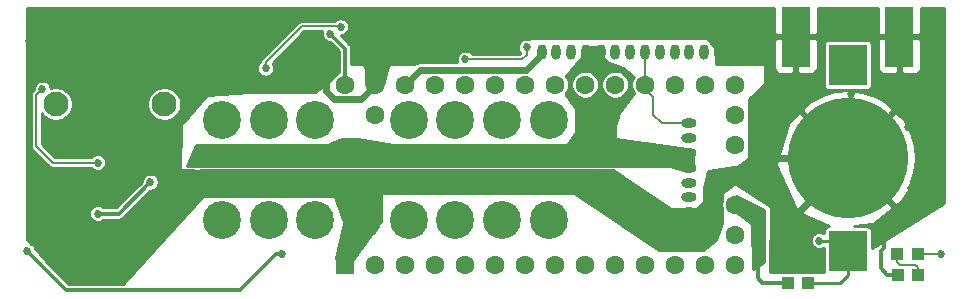
<source format=gbl>
G04 #@! TF.GenerationSoftware,KiCad,Pcbnew,5.1.5*
G04 #@! TF.CreationDate,2019-12-04T09:49:36-05:00*
G04 #@! TF.ProjectId,obd-teensy-oled,6f62642d-7465-4656-9e73-792d6f6c6564,rev?*
G04 #@! TF.SameCoordinates,Original*
G04 #@! TF.FileFunction,Copper,L2,Bot*
G04 #@! TF.FilePolarity,Positive*
%FSLAX46Y46*%
G04 Gerber Fmt 4.6, Leading zero omitted, Abs format (unit mm)*
G04 Created by KiCad (PCBNEW 5.1.5) date 2019-12-04 09:49:36*
%MOMM*%
%LPD*%
G04 APERTURE LIST*
%ADD10C,10.200000*%
%ADD11R,3.300000X3.500000*%
%ADD12R,1.600000X1.600000*%
%ADD13C,1.600000*%
%ADD14O,1.300000X0.800000*%
%ADD15C,0.100000*%
%ADD16O,0.800000X1.300000*%
%ADD17R,2.413000X5.080000*%
%ADD18R,1.099820X0.998220*%
%ADD19R,0.998220X0.998220*%
%ADD20C,2.100000*%
%ADD21C,3.215640*%
%ADD22C,0.685800*%
%ADD23C,0.304800*%
%ADD24C,0.558800*%
%ADD25C,0.152400*%
%ADD26C,0.254000*%
G04 APERTURE END LIST*
D10*
X185293000Y-95250000D03*
D11*
X185293000Y-103150000D03*
X185293000Y-87350000D03*
D12*
X142748000Y-104267000D03*
D13*
X145288000Y-104267000D03*
X147828000Y-104267000D03*
X150368000Y-104267000D03*
X152908000Y-104267000D03*
X155448000Y-104267000D03*
X157988000Y-104267000D03*
X160528000Y-104267000D03*
X163068000Y-104267000D03*
X165608000Y-104267000D03*
X168148000Y-104267000D03*
X170688000Y-104267000D03*
X173228000Y-104267000D03*
X145288000Y-91567000D03*
X142748000Y-89027000D03*
X145288000Y-89027000D03*
X147828000Y-89027000D03*
X150368000Y-89027000D03*
X152908000Y-89027000D03*
X155448000Y-89027000D03*
X157988000Y-89027000D03*
X160528000Y-89027000D03*
X163068000Y-89027000D03*
X165608000Y-89027000D03*
X168148000Y-89027000D03*
X170688000Y-89027000D03*
X173228000Y-89027000D03*
X175768000Y-104267000D03*
X175768000Y-101727000D03*
X175768000Y-99187000D03*
X175768000Y-89027000D03*
X175768000Y-91567000D03*
X175768000Y-94107000D03*
X175768000Y-96647000D03*
D14*
X171831000Y-92322000D03*
X171831000Y-93572000D03*
X171831000Y-94822000D03*
X171831000Y-96072000D03*
X171831000Y-97322000D03*
X171831000Y-98572000D03*
X171831000Y-99822000D03*
G04 #@! TA.AperFunction,ComponentPad*
D15*
G36*
X172300603Y-100672963D02*
G01*
X172320018Y-100675843D01*
X172339057Y-100680612D01*
X172357537Y-100687224D01*
X172375279Y-100695616D01*
X172392114Y-100705706D01*
X172407879Y-100717398D01*
X172422421Y-100730579D01*
X172435602Y-100745121D01*
X172447294Y-100760886D01*
X172457384Y-100777721D01*
X172465776Y-100795463D01*
X172472388Y-100813943D01*
X172477157Y-100832982D01*
X172480037Y-100852397D01*
X172481000Y-100872000D01*
X172481000Y-101272000D01*
X172480037Y-101291603D01*
X172477157Y-101311018D01*
X172472388Y-101330057D01*
X172465776Y-101348537D01*
X172457384Y-101366279D01*
X172447294Y-101383114D01*
X172435602Y-101398879D01*
X172422421Y-101413421D01*
X172407879Y-101426602D01*
X172392114Y-101438294D01*
X172375279Y-101448384D01*
X172357537Y-101456776D01*
X172339057Y-101463388D01*
X172320018Y-101468157D01*
X172300603Y-101471037D01*
X172281000Y-101472000D01*
X171381000Y-101472000D01*
X171361397Y-101471037D01*
X171341982Y-101468157D01*
X171322943Y-101463388D01*
X171304463Y-101456776D01*
X171286721Y-101448384D01*
X171269886Y-101438294D01*
X171254121Y-101426602D01*
X171239579Y-101413421D01*
X171226398Y-101398879D01*
X171214706Y-101383114D01*
X171204616Y-101366279D01*
X171196224Y-101348537D01*
X171189612Y-101330057D01*
X171184843Y-101311018D01*
X171181963Y-101291603D01*
X171181000Y-101272000D01*
X171181000Y-100872000D01*
X171181963Y-100852397D01*
X171184843Y-100832982D01*
X171189612Y-100813943D01*
X171196224Y-100795463D01*
X171204616Y-100777721D01*
X171214706Y-100760886D01*
X171226398Y-100745121D01*
X171239579Y-100730579D01*
X171254121Y-100717398D01*
X171269886Y-100705706D01*
X171286721Y-100695616D01*
X171304463Y-100687224D01*
X171322943Y-100680612D01*
X171341982Y-100675843D01*
X171361397Y-100672963D01*
X171381000Y-100672000D01*
X172281000Y-100672000D01*
X172300603Y-100672963D01*
G37*
G04 #@! TD.AperFunction*
D16*
X159391000Y-86233000D03*
X160641000Y-86233000D03*
X161891000Y-86233000D03*
X163141000Y-86233000D03*
X164391000Y-86233000D03*
X165641000Y-86233000D03*
X166891000Y-86233000D03*
X168141000Y-86233000D03*
X169391000Y-86233000D03*
X170641000Y-86233000D03*
X171891000Y-86233000D03*
X173141000Y-86233000D03*
X174391000Y-86233000D03*
G04 #@! TA.AperFunction,ComponentPad*
D15*
G36*
X175860603Y-85583963D02*
G01*
X175880018Y-85586843D01*
X175899057Y-85591612D01*
X175917537Y-85598224D01*
X175935279Y-85606616D01*
X175952114Y-85616706D01*
X175967879Y-85628398D01*
X175982421Y-85641579D01*
X175995602Y-85656121D01*
X176007294Y-85671886D01*
X176017384Y-85688721D01*
X176025776Y-85706463D01*
X176032388Y-85724943D01*
X176037157Y-85743982D01*
X176040037Y-85763397D01*
X176041000Y-85783000D01*
X176041000Y-86683000D01*
X176040037Y-86702603D01*
X176037157Y-86722018D01*
X176032388Y-86741057D01*
X176025776Y-86759537D01*
X176017384Y-86777279D01*
X176007294Y-86794114D01*
X175995602Y-86809879D01*
X175982421Y-86824421D01*
X175967879Y-86837602D01*
X175952114Y-86849294D01*
X175935279Y-86859384D01*
X175917537Y-86867776D01*
X175899057Y-86874388D01*
X175880018Y-86879157D01*
X175860603Y-86882037D01*
X175841000Y-86883000D01*
X175441000Y-86883000D01*
X175421397Y-86882037D01*
X175401982Y-86879157D01*
X175382943Y-86874388D01*
X175364463Y-86867776D01*
X175346721Y-86859384D01*
X175329886Y-86849294D01*
X175314121Y-86837602D01*
X175299579Y-86824421D01*
X175286398Y-86809879D01*
X175274706Y-86794114D01*
X175264616Y-86777279D01*
X175256224Y-86759537D01*
X175249612Y-86741057D01*
X175244843Y-86722018D01*
X175241963Y-86702603D01*
X175241000Y-86683000D01*
X175241000Y-85783000D01*
X175241963Y-85763397D01*
X175244843Y-85743982D01*
X175249612Y-85724943D01*
X175256224Y-85706463D01*
X175264616Y-85688721D01*
X175274706Y-85671886D01*
X175286398Y-85656121D01*
X175299579Y-85641579D01*
X175314121Y-85628398D01*
X175329886Y-85616706D01*
X175346721Y-85606616D01*
X175364463Y-85598224D01*
X175382943Y-85591612D01*
X175401982Y-85586843D01*
X175421397Y-85583963D01*
X175441000Y-85583000D01*
X175841000Y-85583000D01*
X175860603Y-85583963D01*
G37*
G04 #@! TD.AperFunction*
D17*
X180911500Y-84963000D03*
X189674500Y-84963000D03*
D18*
X189524640Y-105156000D03*
X191221360Y-105156000D03*
D19*
X189484000Y-103378000D03*
X191236600Y-103378000D03*
D18*
X181950360Y-105791000D03*
X180253640Y-105791000D03*
D20*
X127437000Y-90678000D03*
X118237000Y-90678000D03*
D21*
X132334000Y-92057220D03*
X136286240Y-92057220D03*
X140235940Y-92057220D03*
X148132800Y-92057220D03*
X152082500Y-92057220D03*
X156032200Y-92057220D03*
X159981900Y-92057220D03*
X132334000Y-100457000D03*
X136286240Y-100457000D03*
X140235940Y-100457000D03*
X144185640Y-100457000D03*
X148132800Y-100457000D03*
X152082500Y-100457000D03*
X156032200Y-100457000D03*
X159981900Y-100457000D03*
D22*
X137414000Y-103378000D03*
X115824000Y-103124000D03*
X188849000Y-92456000D03*
X187071000Y-91313000D03*
X117475000Y-101600000D03*
X118491000Y-103124000D03*
X119380000Y-105156000D03*
X118999000Y-101600000D03*
X119761000Y-103759000D03*
X192151000Y-87249000D03*
X192151000Y-84963000D03*
X192151000Y-82931000D03*
X178689000Y-82931000D03*
X178689000Y-84709000D03*
X178689000Y-86995000D03*
X187579000Y-87249000D03*
X183007000Y-87249000D03*
X187325000Y-82931000D03*
X183261000Y-82931000D03*
X121031000Y-104267000D03*
X122047000Y-105410000D03*
X123063000Y-104140000D03*
X178689000Y-89408000D03*
X179578000Y-88646000D03*
X180340000Y-89408000D03*
X141097000Y-86360000D03*
X127000000Y-85852000D03*
X125857000Y-84074000D03*
X193167000Y-96393000D03*
X193167000Y-97663000D03*
X192405000Y-96901000D03*
X181483000Y-104394000D03*
X182626000Y-103632000D03*
X146939000Y-84963000D03*
X115951000Y-85344000D03*
X168910000Y-101854000D03*
X185547000Y-89789000D03*
X187706000Y-89535000D03*
X189103000Y-90678000D03*
X190373000Y-92583000D03*
X130175000Y-95631000D03*
X131064000Y-94615000D03*
X131826000Y-95504000D03*
X132715000Y-94615000D03*
X133350000Y-95504000D03*
X141478000Y-84709000D03*
X141478000Y-94488000D03*
X141986000Y-95377000D03*
X143256000Y-95377000D03*
X126238000Y-97282000D03*
X121795611Y-99945588D03*
X177673000Y-102743000D03*
X177673000Y-103886000D03*
X121793000Y-95631000D03*
X117094000Y-89408000D03*
X193167000Y-103378000D03*
X182880000Y-102235000D03*
X136017000Y-87630000D03*
X142367000Y-84137500D03*
X152908000Y-86868000D03*
X158115000Y-85852000D03*
D23*
X136929067Y-103378000D02*
X133881067Y-106426000D01*
X137414000Y-103378000D02*
X136929067Y-103378000D01*
X133881067Y-106426000D02*
X119126000Y-106426000D01*
X119126000Y-106426000D02*
X115824000Y-103124000D01*
X127000000Y-85852000D02*
X127000000Y-85217000D01*
X127000000Y-85217000D02*
X125857000Y-84074000D01*
D24*
X141820801Y-90258801D02*
X141097000Y-89535000D01*
X144056199Y-90258801D02*
X141820801Y-90258801D01*
X145288000Y-89027000D02*
X144056199Y-90258801D01*
X141097000Y-89535000D02*
X141097000Y-86360000D01*
X185293000Y-95250000D02*
X178308000Y-95250000D01*
X185293000Y-95250000D02*
X185293000Y-95631000D01*
X185293000Y-95631000D02*
X180594000Y-100330000D01*
X185293000Y-95250000D02*
X185547000Y-95250000D01*
X185293000Y-95250000D02*
X185293000Y-95377000D01*
X185293000Y-95377000D02*
X189865000Y-99949000D01*
D23*
X188669930Y-105156000D02*
X188087000Y-104573070D01*
X189524640Y-105156000D02*
X188669930Y-105156000D01*
X188087000Y-104573070D02*
X188087000Y-103124000D01*
X188087000Y-103124000D02*
X188341000Y-102870000D01*
X188341000Y-102870000D02*
X188341000Y-102235000D01*
X188341000Y-102235000D02*
X188087000Y-101981000D01*
X142748000Y-85979000D02*
X142748000Y-89027000D01*
X141478000Y-84709000D02*
X142748000Y-85979000D01*
X122280544Y-99945588D02*
X122283956Y-99949000D01*
X121795611Y-99945588D02*
X122280544Y-99945588D01*
X123571000Y-99949000D02*
X126238000Y-97282000D01*
X122283956Y-99949000D02*
X123571000Y-99949000D01*
D24*
X147828000Y-89027000D02*
X149059801Y-87795199D01*
X159391000Y-86481000D02*
X159391000Y-86233000D01*
X158076801Y-87795199D02*
X159391000Y-86481000D01*
X149059801Y-87795199D02*
X158076801Y-87795199D01*
D23*
X177673000Y-103886000D02*
X177673000Y-105410000D01*
X178054000Y-105791000D02*
X180253640Y-105791000D01*
X177673000Y-105410000D02*
X178054000Y-105791000D01*
D25*
X121793000Y-95631000D02*
X117983000Y-95631000D01*
X117983000Y-95631000D02*
X116586000Y-94234000D01*
X116586000Y-94234000D02*
X116586000Y-89916000D01*
X116586000Y-89916000D02*
X117094000Y-89408000D01*
X193167000Y-103378000D02*
X191236600Y-103378000D01*
D26*
X184656000Y-105791000D02*
X182754270Y-105791000D01*
X182754270Y-105791000D02*
X181950360Y-105791000D01*
X185293000Y-105154000D02*
X184656000Y-105791000D01*
X185293000Y-103150000D02*
X185293000Y-105154000D01*
X184378000Y-102235000D02*
X185293000Y-103150000D01*
X182880000Y-102235000D02*
X184378000Y-102235000D01*
D25*
X136017000Y-87145067D02*
X139088067Y-84074000D01*
X136017000Y-87630000D02*
X136017000Y-87145067D01*
X139088067Y-84074000D02*
X142367000Y-84074000D01*
X152908000Y-86868000D02*
X157734000Y-86868000D01*
X157734000Y-86868000D02*
X158115000Y-86487000D01*
X158115000Y-86487000D02*
X158115000Y-85852000D01*
X189524640Y-103418640D02*
X189484000Y-103378000D01*
X189484000Y-104029510D02*
X189721490Y-104267000D01*
X189484000Y-103378000D02*
X189484000Y-104029510D01*
X189721490Y-104267000D02*
X191008000Y-104267000D01*
X191221360Y-104480360D02*
X191221360Y-105156000D01*
X191008000Y-104267000D02*
X191221360Y-104480360D01*
X168148000Y-86240000D02*
X168141000Y-86233000D01*
X168148000Y-89027000D02*
X168148000Y-86240000D01*
X168783000Y-91567000D02*
X168783000Y-90043000D01*
X171831000Y-92322000D02*
X169538000Y-92322000D01*
X168148000Y-89408000D02*
X168148000Y-89027000D01*
X168783000Y-90043000D02*
X168148000Y-89408000D01*
X169538000Y-92322000D02*
X168783000Y-91567000D01*
D26*
G36*
X179070000Y-84677250D02*
G01*
X179228750Y-84836000D01*
X180784500Y-84836000D01*
X180784500Y-84816000D01*
X181038500Y-84816000D01*
X181038500Y-84836000D01*
X182594250Y-84836000D01*
X182753000Y-84677250D01*
X182755899Y-82550000D01*
X187830101Y-82550000D01*
X187833000Y-84677250D01*
X187991750Y-84836000D01*
X189547500Y-84836000D01*
X189547500Y-84816000D01*
X189801500Y-84816000D01*
X189801500Y-84836000D01*
X191357250Y-84836000D01*
X191516000Y-84677250D01*
X191518899Y-82550000D01*
X193421000Y-82550000D01*
X193421000Y-97790000D01*
X190442818Y-97790000D01*
X190578299Y-97546711D01*
X190924809Y-96471470D01*
X191054892Y-95349288D01*
X190963549Y-94223290D01*
X190654289Y-93136749D01*
X190138999Y-92131419D01*
X190028678Y-91966309D01*
X189344411Y-91378194D01*
X186746427Y-93976178D01*
X186675868Y-93687527D01*
X189164806Y-91198589D01*
X188576691Y-90514322D01*
X187589711Y-89964701D01*
X186514470Y-89618191D01*
X185392288Y-89488108D01*
X184266290Y-89579451D01*
X183179749Y-89888711D01*
X182174419Y-90404001D01*
X182009309Y-90514322D01*
X181421194Y-91198589D01*
X182297605Y-92075000D01*
X181938395Y-92075000D01*
X181241589Y-91378194D01*
X180557322Y-91966309D01*
X180496795Y-92075000D01*
X178308000Y-92075000D01*
X178308000Y-87503000D01*
X179066928Y-87503000D01*
X179079188Y-87627482D01*
X179115498Y-87747180D01*
X179174463Y-87857494D01*
X179253815Y-87954185D01*
X179350506Y-88033537D01*
X179460820Y-88092502D01*
X179580518Y-88128812D01*
X179705000Y-88141072D01*
X180625750Y-88138000D01*
X180784500Y-87979250D01*
X180784500Y-85090000D01*
X181038500Y-85090000D01*
X181038500Y-87979250D01*
X181197250Y-88138000D01*
X182118000Y-88141072D01*
X182242482Y-88128812D01*
X182362180Y-88092502D01*
X182472494Y-88033537D01*
X182569185Y-87954185D01*
X182648537Y-87857494D01*
X182707502Y-87747180D01*
X182743812Y-87627482D01*
X182756072Y-87503000D01*
X182753479Y-85600000D01*
X183260157Y-85600000D01*
X183260157Y-89100000D01*
X183267513Y-89174689D01*
X183289299Y-89246508D01*
X183324678Y-89312696D01*
X183372289Y-89370711D01*
X183430304Y-89418322D01*
X183496492Y-89453701D01*
X183568311Y-89475487D01*
X183643000Y-89482843D01*
X186943000Y-89482843D01*
X187017689Y-89475487D01*
X187089508Y-89453701D01*
X187155696Y-89418322D01*
X187213711Y-89370711D01*
X187261322Y-89312696D01*
X187296701Y-89246508D01*
X187318487Y-89174689D01*
X187325843Y-89100000D01*
X187325843Y-87503000D01*
X187829928Y-87503000D01*
X187842188Y-87627482D01*
X187878498Y-87747180D01*
X187937463Y-87857494D01*
X188016815Y-87954185D01*
X188113506Y-88033537D01*
X188223820Y-88092502D01*
X188343518Y-88128812D01*
X188468000Y-88141072D01*
X189388750Y-88138000D01*
X189547500Y-87979250D01*
X189547500Y-85090000D01*
X189801500Y-85090000D01*
X189801500Y-87979250D01*
X189960250Y-88138000D01*
X190881000Y-88141072D01*
X191005482Y-88128812D01*
X191125180Y-88092502D01*
X191235494Y-88033537D01*
X191332185Y-87954185D01*
X191411537Y-87857494D01*
X191470502Y-87747180D01*
X191506812Y-87627482D01*
X191519072Y-87503000D01*
X191516000Y-85248750D01*
X191357250Y-85090000D01*
X189801500Y-85090000D01*
X189547500Y-85090000D01*
X187991750Y-85090000D01*
X187833000Y-85248750D01*
X187829928Y-87503000D01*
X187325843Y-87503000D01*
X187325843Y-85600000D01*
X187318487Y-85525311D01*
X187296701Y-85453492D01*
X187261322Y-85387304D01*
X187213711Y-85329289D01*
X187155696Y-85281678D01*
X187089508Y-85246299D01*
X187017689Y-85224513D01*
X186943000Y-85217157D01*
X183643000Y-85217157D01*
X183568311Y-85224513D01*
X183496492Y-85246299D01*
X183430304Y-85281678D01*
X183372289Y-85329289D01*
X183324678Y-85387304D01*
X183289299Y-85453492D01*
X183267513Y-85525311D01*
X183260157Y-85600000D01*
X182753479Y-85600000D01*
X182753000Y-85248750D01*
X182594250Y-85090000D01*
X181038500Y-85090000D01*
X180784500Y-85090000D01*
X179228750Y-85090000D01*
X179070000Y-85248750D01*
X179066928Y-87503000D01*
X178308000Y-87503000D01*
X178308000Y-82550000D01*
X179067101Y-82550000D01*
X179070000Y-84677250D01*
G37*
X179070000Y-84677250D02*
X179228750Y-84836000D01*
X180784500Y-84836000D01*
X180784500Y-84816000D01*
X181038500Y-84816000D01*
X181038500Y-84836000D01*
X182594250Y-84836000D01*
X182753000Y-84677250D01*
X182755899Y-82550000D01*
X187830101Y-82550000D01*
X187833000Y-84677250D01*
X187991750Y-84836000D01*
X189547500Y-84836000D01*
X189547500Y-84816000D01*
X189801500Y-84816000D01*
X189801500Y-84836000D01*
X191357250Y-84836000D01*
X191516000Y-84677250D01*
X191518899Y-82550000D01*
X193421000Y-82550000D01*
X193421000Y-97790000D01*
X190442818Y-97790000D01*
X190578299Y-97546711D01*
X190924809Y-96471470D01*
X191054892Y-95349288D01*
X190963549Y-94223290D01*
X190654289Y-93136749D01*
X190138999Y-92131419D01*
X190028678Y-91966309D01*
X189344411Y-91378194D01*
X186746427Y-93976178D01*
X186675868Y-93687527D01*
X189164806Y-91198589D01*
X188576691Y-90514322D01*
X187589711Y-89964701D01*
X186514470Y-89618191D01*
X185392288Y-89488108D01*
X184266290Y-89579451D01*
X183179749Y-89888711D01*
X182174419Y-90404001D01*
X182009309Y-90514322D01*
X181421194Y-91198589D01*
X182297605Y-92075000D01*
X181938395Y-92075000D01*
X181241589Y-91378194D01*
X180557322Y-91966309D01*
X180496795Y-92075000D01*
X178308000Y-92075000D01*
X178308000Y-87503000D01*
X179066928Y-87503000D01*
X179079188Y-87627482D01*
X179115498Y-87747180D01*
X179174463Y-87857494D01*
X179253815Y-87954185D01*
X179350506Y-88033537D01*
X179460820Y-88092502D01*
X179580518Y-88128812D01*
X179705000Y-88141072D01*
X180625750Y-88138000D01*
X180784500Y-87979250D01*
X180784500Y-85090000D01*
X181038500Y-85090000D01*
X181038500Y-87979250D01*
X181197250Y-88138000D01*
X182118000Y-88141072D01*
X182242482Y-88128812D01*
X182362180Y-88092502D01*
X182472494Y-88033537D01*
X182569185Y-87954185D01*
X182648537Y-87857494D01*
X182707502Y-87747180D01*
X182743812Y-87627482D01*
X182756072Y-87503000D01*
X182753479Y-85600000D01*
X183260157Y-85600000D01*
X183260157Y-89100000D01*
X183267513Y-89174689D01*
X183289299Y-89246508D01*
X183324678Y-89312696D01*
X183372289Y-89370711D01*
X183430304Y-89418322D01*
X183496492Y-89453701D01*
X183568311Y-89475487D01*
X183643000Y-89482843D01*
X186943000Y-89482843D01*
X187017689Y-89475487D01*
X187089508Y-89453701D01*
X187155696Y-89418322D01*
X187213711Y-89370711D01*
X187261322Y-89312696D01*
X187296701Y-89246508D01*
X187318487Y-89174689D01*
X187325843Y-89100000D01*
X187325843Y-87503000D01*
X187829928Y-87503000D01*
X187842188Y-87627482D01*
X187878498Y-87747180D01*
X187937463Y-87857494D01*
X188016815Y-87954185D01*
X188113506Y-88033537D01*
X188223820Y-88092502D01*
X188343518Y-88128812D01*
X188468000Y-88141072D01*
X189388750Y-88138000D01*
X189547500Y-87979250D01*
X189547500Y-85090000D01*
X189801500Y-85090000D01*
X189801500Y-87979250D01*
X189960250Y-88138000D01*
X190881000Y-88141072D01*
X191005482Y-88128812D01*
X191125180Y-88092502D01*
X191235494Y-88033537D01*
X191332185Y-87954185D01*
X191411537Y-87857494D01*
X191470502Y-87747180D01*
X191506812Y-87627482D01*
X191519072Y-87503000D01*
X191516000Y-85248750D01*
X191357250Y-85090000D01*
X189801500Y-85090000D01*
X189547500Y-85090000D01*
X187991750Y-85090000D01*
X187833000Y-85248750D01*
X187829928Y-87503000D01*
X187325843Y-87503000D01*
X187325843Y-85600000D01*
X187318487Y-85525311D01*
X187296701Y-85453492D01*
X187261322Y-85387304D01*
X187213711Y-85329289D01*
X187155696Y-85281678D01*
X187089508Y-85246299D01*
X187017689Y-85224513D01*
X186943000Y-85217157D01*
X183643000Y-85217157D01*
X183568311Y-85224513D01*
X183496492Y-85246299D01*
X183430304Y-85281678D01*
X183372289Y-85329289D01*
X183324678Y-85387304D01*
X183289299Y-85453492D01*
X183267513Y-85525311D01*
X183260157Y-85600000D01*
X182753479Y-85600000D01*
X182753000Y-85248750D01*
X182594250Y-85090000D01*
X181038500Y-85090000D01*
X180784500Y-85090000D01*
X179228750Y-85090000D01*
X179070000Y-85248750D01*
X179066928Y-87503000D01*
X178308000Y-87503000D01*
X178308000Y-82550000D01*
X179067101Y-82550000D01*
X179070000Y-84677250D01*
G36*
X178181000Y-99646490D02*
G01*
X178181000Y-104072032D01*
X177284796Y-104669501D01*
X177164938Y-100834033D01*
X177161725Y-100809345D01*
X177153757Y-100785758D01*
X177141341Y-100764179D01*
X177124954Y-100745436D01*
X177112698Y-100735291D01*
X175768000Y-99757329D01*
X175768000Y-99700756D01*
X175877632Y-98494806D01*
X178181000Y-99646490D01*
G37*
X178181000Y-99646490D02*
X178181000Y-104072032D01*
X177284796Y-104669501D01*
X177164938Y-100834033D01*
X177161725Y-100809345D01*
X177153757Y-100785758D01*
X177141341Y-100764179D01*
X177124954Y-100745436D01*
X177112698Y-100735291D01*
X175768000Y-99757329D01*
X175768000Y-99700756D01*
X175877632Y-98494806D01*
X178181000Y-99646490D01*
G36*
X164592000Y-86614000D02*
G01*
X164594440Y-86638776D01*
X164601667Y-86662601D01*
X164617400Y-86690200D01*
X164998400Y-87198200D01*
X165015218Y-87216557D01*
X165035294Y-87231280D01*
X165063507Y-87243644D01*
X166307111Y-87616725D01*
X167167126Y-88369239D01*
X167101412Y-88467587D01*
X167012386Y-88682515D01*
X166967000Y-88910682D01*
X166967000Y-89143318D01*
X167012386Y-89371485D01*
X167101412Y-89586413D01*
X167203434Y-89739099D01*
X165950507Y-91427827D01*
X165937703Y-91449179D01*
X165930661Y-91467665D01*
X165613161Y-92547165D01*
X165608000Y-92583000D01*
X165608000Y-93472000D01*
X165610440Y-93496776D01*
X165617667Y-93520601D01*
X165629403Y-93542557D01*
X165645197Y-93561803D01*
X165664443Y-93577597D01*
X165686399Y-93589333D01*
X165716291Y-93597614D01*
X171660312Y-94482894D01*
X172212000Y-94813907D01*
X172212000Y-96180016D01*
X171700027Y-96384806D01*
X170220161Y-95891517D01*
X170195884Y-95885997D01*
X170180000Y-95885000D01*
X129353185Y-95885000D01*
X130131060Y-94107000D01*
X141351000Y-94107000D01*
X141375776Y-94104560D01*
X141402580Y-94096054D01*
X142520952Y-93599000D01*
X143753489Y-93599000D01*
X146791121Y-94105272D01*
X146812000Y-94107000D01*
X161544000Y-94107000D01*
X161568776Y-94104560D01*
X161592601Y-94097333D01*
X161614557Y-94085597D01*
X161633803Y-94069803D01*
X161651696Y-94047310D01*
X162286696Y-93031310D01*
X162297758Y-93009006D01*
X162304256Y-92984973D01*
X162306000Y-92964000D01*
X162306000Y-91186000D01*
X162303560Y-91161224D01*
X162296333Y-91137399D01*
X162283042Y-91113170D01*
X161417000Y-89875967D01*
X161417000Y-89808185D01*
X161445342Y-89779843D01*
X161574588Y-89586413D01*
X161663614Y-89371485D01*
X161709000Y-89143318D01*
X161709000Y-88910682D01*
X161887000Y-88910682D01*
X161887000Y-89143318D01*
X161932386Y-89371485D01*
X162021412Y-89586413D01*
X162150658Y-89779843D01*
X162315157Y-89944342D01*
X162508587Y-90073588D01*
X162723515Y-90162614D01*
X162951682Y-90208000D01*
X163184318Y-90208000D01*
X163412485Y-90162614D01*
X163627413Y-90073588D01*
X163820843Y-89944342D01*
X163985342Y-89779843D01*
X164114588Y-89586413D01*
X164203614Y-89371485D01*
X164249000Y-89143318D01*
X164249000Y-88910682D01*
X164427000Y-88910682D01*
X164427000Y-89143318D01*
X164472386Y-89371485D01*
X164561412Y-89586413D01*
X164690658Y-89779843D01*
X164855157Y-89944342D01*
X165048587Y-90073588D01*
X165263515Y-90162614D01*
X165491682Y-90208000D01*
X165724318Y-90208000D01*
X165952485Y-90162614D01*
X166167413Y-90073588D01*
X166360843Y-89944342D01*
X166525342Y-89779843D01*
X166654588Y-89586413D01*
X166743614Y-89371485D01*
X166789000Y-89143318D01*
X166789000Y-88910682D01*
X166743614Y-88682515D01*
X166654588Y-88467587D01*
X166525342Y-88274157D01*
X166360843Y-88109658D01*
X166167413Y-87980412D01*
X165952485Y-87891386D01*
X165724318Y-87846000D01*
X165491682Y-87846000D01*
X165263515Y-87891386D01*
X165048587Y-87980412D01*
X164855157Y-88109658D01*
X164690658Y-88274157D01*
X164561412Y-88467587D01*
X164472386Y-88682515D01*
X164427000Y-88910682D01*
X164249000Y-88910682D01*
X164203614Y-88682515D01*
X164114588Y-88467587D01*
X163985342Y-88274157D01*
X163820843Y-88109658D01*
X163627413Y-87980412D01*
X163412485Y-87891386D01*
X163184318Y-87846000D01*
X162951682Y-87846000D01*
X162723515Y-87891386D01*
X162508587Y-87980412D01*
X162315157Y-88109658D01*
X162150658Y-88274157D01*
X162021412Y-88467587D01*
X161932386Y-88682515D01*
X161887000Y-88910682D01*
X161709000Y-88910682D01*
X161663614Y-88682515D01*
X161574588Y-88467587D01*
X161446786Y-88276319D01*
X162783950Y-86696035D01*
X162798091Y-86675544D01*
X162807963Y-86652689D01*
X162812724Y-86631961D01*
X162924147Y-85852000D01*
X164592000Y-85852000D01*
X164592000Y-86614000D01*
G37*
X164592000Y-86614000D02*
X164594440Y-86638776D01*
X164601667Y-86662601D01*
X164617400Y-86690200D01*
X164998400Y-87198200D01*
X165015218Y-87216557D01*
X165035294Y-87231280D01*
X165063507Y-87243644D01*
X166307111Y-87616725D01*
X167167126Y-88369239D01*
X167101412Y-88467587D01*
X167012386Y-88682515D01*
X166967000Y-88910682D01*
X166967000Y-89143318D01*
X167012386Y-89371485D01*
X167101412Y-89586413D01*
X167203434Y-89739099D01*
X165950507Y-91427827D01*
X165937703Y-91449179D01*
X165930661Y-91467665D01*
X165613161Y-92547165D01*
X165608000Y-92583000D01*
X165608000Y-93472000D01*
X165610440Y-93496776D01*
X165617667Y-93520601D01*
X165629403Y-93542557D01*
X165645197Y-93561803D01*
X165664443Y-93577597D01*
X165686399Y-93589333D01*
X165716291Y-93597614D01*
X171660312Y-94482894D01*
X172212000Y-94813907D01*
X172212000Y-96180016D01*
X171700027Y-96384806D01*
X170220161Y-95891517D01*
X170195884Y-95885997D01*
X170180000Y-95885000D01*
X129353185Y-95885000D01*
X130131060Y-94107000D01*
X141351000Y-94107000D01*
X141375776Y-94104560D01*
X141402580Y-94096054D01*
X142520952Y-93599000D01*
X143753489Y-93599000D01*
X146791121Y-94105272D01*
X146812000Y-94107000D01*
X161544000Y-94107000D01*
X161568776Y-94104560D01*
X161592601Y-94097333D01*
X161614557Y-94085597D01*
X161633803Y-94069803D01*
X161651696Y-94047310D01*
X162286696Y-93031310D01*
X162297758Y-93009006D01*
X162304256Y-92984973D01*
X162306000Y-92964000D01*
X162306000Y-91186000D01*
X162303560Y-91161224D01*
X162296333Y-91137399D01*
X162283042Y-91113170D01*
X161417000Y-89875967D01*
X161417000Y-89808185D01*
X161445342Y-89779843D01*
X161574588Y-89586413D01*
X161663614Y-89371485D01*
X161709000Y-89143318D01*
X161709000Y-88910682D01*
X161887000Y-88910682D01*
X161887000Y-89143318D01*
X161932386Y-89371485D01*
X162021412Y-89586413D01*
X162150658Y-89779843D01*
X162315157Y-89944342D01*
X162508587Y-90073588D01*
X162723515Y-90162614D01*
X162951682Y-90208000D01*
X163184318Y-90208000D01*
X163412485Y-90162614D01*
X163627413Y-90073588D01*
X163820843Y-89944342D01*
X163985342Y-89779843D01*
X164114588Y-89586413D01*
X164203614Y-89371485D01*
X164249000Y-89143318D01*
X164249000Y-88910682D01*
X164427000Y-88910682D01*
X164427000Y-89143318D01*
X164472386Y-89371485D01*
X164561412Y-89586413D01*
X164690658Y-89779843D01*
X164855157Y-89944342D01*
X165048587Y-90073588D01*
X165263515Y-90162614D01*
X165491682Y-90208000D01*
X165724318Y-90208000D01*
X165952485Y-90162614D01*
X166167413Y-90073588D01*
X166360843Y-89944342D01*
X166525342Y-89779843D01*
X166654588Y-89586413D01*
X166743614Y-89371485D01*
X166789000Y-89143318D01*
X166789000Y-88910682D01*
X166743614Y-88682515D01*
X166654588Y-88467587D01*
X166525342Y-88274157D01*
X166360843Y-88109658D01*
X166167413Y-87980412D01*
X165952485Y-87891386D01*
X165724318Y-87846000D01*
X165491682Y-87846000D01*
X165263515Y-87891386D01*
X165048587Y-87980412D01*
X164855157Y-88109658D01*
X164690658Y-88274157D01*
X164561412Y-88467587D01*
X164472386Y-88682515D01*
X164427000Y-88910682D01*
X164249000Y-88910682D01*
X164203614Y-88682515D01*
X164114588Y-88467587D01*
X163985342Y-88274157D01*
X163820843Y-88109658D01*
X163627413Y-87980412D01*
X163412485Y-87891386D01*
X163184318Y-87846000D01*
X162951682Y-87846000D01*
X162723515Y-87891386D01*
X162508587Y-87980412D01*
X162315157Y-88109658D01*
X162150658Y-88274157D01*
X162021412Y-88467587D01*
X161932386Y-88682515D01*
X161887000Y-88910682D01*
X161709000Y-88910682D01*
X161663614Y-88682515D01*
X161574588Y-88467587D01*
X161446786Y-88276319D01*
X162783950Y-86696035D01*
X162798091Y-86675544D01*
X162807963Y-86652689D01*
X162812724Y-86631961D01*
X162924147Y-85852000D01*
X164592000Y-85852000D01*
X164592000Y-86614000D01*
G36*
X178562000Y-87249000D02*
G01*
X174117000Y-87249000D01*
X174117000Y-85979000D01*
X174114560Y-85954224D01*
X174107333Y-85930399D01*
X174095597Y-85908443D01*
X174087564Y-85897697D01*
X173452564Y-85135697D01*
X173434828Y-85118225D01*
X173414024Y-85104549D01*
X173390952Y-85095195D01*
X173355000Y-85090000D01*
X158496000Y-85090000D01*
X158471224Y-85092440D01*
X158447399Y-85099667D01*
X158425443Y-85111403D01*
X158406197Y-85127197D01*
X158390403Y-85146443D01*
X158378667Y-85168399D01*
X158376168Y-85176636D01*
X158326154Y-85155919D01*
X158186298Y-85128100D01*
X158043702Y-85128100D01*
X157903846Y-85155919D01*
X157772105Y-85210488D01*
X157653540Y-85289710D01*
X157552710Y-85390540D01*
X157473488Y-85509105D01*
X157418919Y-85640846D01*
X157391100Y-85780702D01*
X157391100Y-85923298D01*
X157418919Y-86063154D01*
X157473488Y-86194895D01*
X157552710Y-86313460D01*
X157597336Y-86358086D01*
X157544623Y-86410800D01*
X153473136Y-86410800D01*
X153470290Y-86406540D01*
X153369460Y-86305710D01*
X153250895Y-86226488D01*
X153119154Y-86171919D01*
X152979298Y-86144100D01*
X152836702Y-86144100D01*
X152696846Y-86171919D01*
X152565105Y-86226488D01*
X152446540Y-86305710D01*
X152345710Y-86406540D01*
X152266488Y-86525105D01*
X152211919Y-86656846D01*
X152184100Y-86796702D01*
X152184100Y-86939298D01*
X152211919Y-87079154D01*
X152234968Y-87134799D01*
X149092240Y-87134799D01*
X149059801Y-87131604D01*
X149027362Y-87134799D01*
X148930340Y-87144355D01*
X148805854Y-87182117D01*
X148691127Y-87243440D01*
X148658137Y-87270514D01*
X146652170Y-87249007D01*
X146627368Y-87251182D01*
X146603468Y-87258153D01*
X146581387Y-87269653D01*
X146561973Y-87285240D01*
X146540802Y-87312535D01*
X146320994Y-87693535D01*
X146308475Y-87723584D01*
X145937991Y-89082024D01*
X145282026Y-89628662D01*
X144526000Y-89088644D01*
X144526000Y-87757000D01*
X144523560Y-87732224D01*
X144516917Y-87709833D01*
X144364517Y-87328833D01*
X144353049Y-87306735D01*
X144337491Y-87287299D01*
X144318440Y-87271271D01*
X144296628Y-87259269D01*
X144272893Y-87251752D01*
X144246600Y-87249000D01*
X143383000Y-87249000D01*
X143358224Y-87251440D01*
X143334399Y-87258667D01*
X143306154Y-87274887D01*
X143281400Y-87293700D01*
X143281400Y-86005186D01*
X143283979Y-85978999D01*
X143281400Y-85952812D01*
X143281400Y-85952805D01*
X143273681Y-85874435D01*
X143243181Y-85773889D01*
X143193651Y-85681225D01*
X143126995Y-85600005D01*
X143106651Y-85583309D01*
X142384741Y-84861400D01*
X142438298Y-84861400D01*
X142578154Y-84833581D01*
X142709895Y-84779012D01*
X142828460Y-84699790D01*
X142929290Y-84598960D01*
X143008512Y-84480395D01*
X143063081Y-84348654D01*
X143090900Y-84208798D01*
X143090900Y-84066202D01*
X143063081Y-83926346D01*
X143008512Y-83794605D01*
X142929290Y-83676040D01*
X142828460Y-83575210D01*
X142709895Y-83495988D01*
X142578154Y-83441419D01*
X142438298Y-83413600D01*
X142295702Y-83413600D01*
X142155846Y-83441419D01*
X142024105Y-83495988D01*
X141905540Y-83575210D01*
X141863950Y-83616800D01*
X139110517Y-83616800D01*
X139088067Y-83614589D01*
X139065617Y-83616800D01*
X139065607Y-83616800D01*
X138998440Y-83623415D01*
X138932316Y-83643474D01*
X138912257Y-83649559D01*
X138832831Y-83692013D01*
X138780659Y-83734829D01*
X138780653Y-83734835D01*
X138763214Y-83749147D01*
X138748902Y-83766586D01*
X135709593Y-86805897D01*
X135692148Y-86820214D01*
X135677831Y-86837659D01*
X135677830Y-86837660D01*
X135635013Y-86889832D01*
X135616197Y-86925036D01*
X135592560Y-86969258D01*
X135569945Y-87043809D01*
X135566416Y-87055441D01*
X135565889Y-87060795D01*
X135555540Y-87067710D01*
X135454710Y-87168540D01*
X135375488Y-87287105D01*
X135320919Y-87418846D01*
X135293100Y-87558702D01*
X135293100Y-87701298D01*
X135320919Y-87841154D01*
X135375488Y-87972895D01*
X135454710Y-88091460D01*
X135555540Y-88192290D01*
X135674105Y-88271512D01*
X135805846Y-88326081D01*
X135945702Y-88353900D01*
X136088298Y-88353900D01*
X136228154Y-88326081D01*
X136359895Y-88271512D01*
X136478460Y-88192290D01*
X136579290Y-88091460D01*
X136658512Y-87972895D01*
X136713081Y-87841154D01*
X136740900Y-87701298D01*
X136740900Y-87558702D01*
X136713081Y-87418846D01*
X136658512Y-87287105D01*
X136603649Y-87204996D01*
X139277446Y-84531200D01*
X140775284Y-84531200D01*
X140754100Y-84637702D01*
X140754100Y-84780298D01*
X140781919Y-84920154D01*
X140836488Y-85051895D01*
X140915710Y-85170460D01*
X141016540Y-85271290D01*
X141135105Y-85350512D01*
X141266846Y-85405081D01*
X141406702Y-85432900D01*
X141447559Y-85432900D01*
X142214600Y-86199942D01*
X142214601Y-87969637D01*
X142188587Y-87980412D01*
X141995157Y-88109658D01*
X141830658Y-88274157D01*
X141701412Y-88467587D01*
X141685148Y-88506852D01*
X140165216Y-89662000D01*
X134683500Y-89662000D01*
X134674610Y-89662312D01*
X131055110Y-89916312D01*
X131030565Y-89920480D01*
X131007305Y-89929357D01*
X130986224Y-89942602D01*
X130967050Y-89960965D01*
X128871550Y-92437465D01*
X128857409Y-92457956D01*
X128847537Y-92480811D01*
X128841546Y-92516069D01*
X128743722Y-96135569D01*
X128745492Y-96160402D01*
X128752073Y-96184413D01*
X128763212Y-96206679D01*
X128778480Y-96226344D01*
X128797291Y-96242652D01*
X128818923Y-96254977D01*
X128842543Y-96262845D01*
X128870676Y-96266000D01*
X129822359Y-96266000D01*
X129832105Y-96272512D01*
X129963846Y-96327081D01*
X130103702Y-96354900D01*
X130246298Y-96354900D01*
X130386154Y-96327081D01*
X130517895Y-96272512D01*
X130527641Y-96266000D01*
X165441711Y-96266000D01*
X167822285Y-97894814D01*
X167823245Y-97895465D01*
X170331495Y-99578215D01*
X170353430Y-99589992D01*
X170377241Y-99597263D01*
X170404204Y-99599735D01*
X172467954Y-99567985D01*
X172492690Y-99565164D01*
X172516400Y-99557571D01*
X172538173Y-99545499D01*
X172555803Y-99530803D01*
X173063803Y-99022803D01*
X173079597Y-99003557D01*
X173091333Y-98981601D01*
X173098560Y-98957776D01*
X173101000Y-98933000D01*
X173101000Y-97805634D01*
X173457824Y-96378338D01*
X175651697Y-96031937D01*
X175652810Y-96038811D01*
X175661509Y-96062138D01*
X175674592Y-96083320D01*
X175691556Y-96101542D01*
X175711749Y-96116105D01*
X175734395Y-96126449D01*
X175758624Y-96132176D01*
X175783504Y-96133066D01*
X175808080Y-96129085D01*
X175831407Y-96120386D01*
X175851782Y-96107913D01*
X176860200Y-95351600D01*
X176878557Y-95334782D01*
X176893280Y-95314706D01*
X176903804Y-95292143D01*
X176909724Y-95267961D01*
X176911000Y-95250000D01*
X176911000Y-94414354D01*
X176949000Y-94223318D01*
X176949000Y-93990682D01*
X176911000Y-93799646D01*
X176911000Y-91874354D01*
X176949000Y-91683318D01*
X176949000Y-91450682D01*
X176911000Y-91259646D01*
X176911000Y-90225021D01*
X178866222Y-88392000D01*
X180841491Y-88392000D01*
X180721950Y-90782815D01*
X179202616Y-95720651D01*
X179197662Y-95745050D01*
X179197563Y-95769946D01*
X179202323Y-95794383D01*
X179208256Y-95810272D01*
X180986256Y-99747272D01*
X180998678Y-99768848D01*
X181015070Y-99787586D01*
X181034803Y-99802766D01*
X181049982Y-99810858D01*
X183736739Y-101017157D01*
X183643000Y-101017157D01*
X183568311Y-101024513D01*
X183496492Y-101046299D01*
X183430304Y-101081678D01*
X183372289Y-101129289D01*
X183324678Y-101187304D01*
X183289299Y-101253492D01*
X183267513Y-101325311D01*
X183260157Y-101400000D01*
X183260157Y-101618385D01*
X183222895Y-101593488D01*
X183091154Y-101538919D01*
X182951298Y-101511100D01*
X182808702Y-101511100D01*
X182668846Y-101538919D01*
X182537105Y-101593488D01*
X182418540Y-101672710D01*
X182317710Y-101773540D01*
X182238488Y-101892105D01*
X182183919Y-102023846D01*
X182156100Y-102163702D01*
X182156100Y-102306298D01*
X182183919Y-102446154D01*
X182238488Y-102577895D01*
X182317710Y-102696460D01*
X182418540Y-102797290D01*
X182537105Y-102876512D01*
X182668846Y-102931081D01*
X182808702Y-102958900D01*
X182951298Y-102958900D01*
X183091154Y-102931081D01*
X183222895Y-102876512D01*
X183260157Y-102851615D01*
X183260157Y-104900000D01*
X183260354Y-104902000D01*
X178691919Y-104902000D01*
X178815967Y-99443886D01*
X178814091Y-99419060D01*
X178807407Y-99395078D01*
X178796173Y-99372860D01*
X178780820Y-99353261D01*
X178758376Y-99334623D01*
X175837376Y-97429623D01*
X175815290Y-97418133D01*
X175791387Y-97411172D01*
X175766584Y-97409008D01*
X175741837Y-97411724D01*
X175718094Y-97419216D01*
X175691800Y-97434400D01*
X174675800Y-98196400D01*
X174657443Y-98213218D01*
X174642720Y-98233294D01*
X174632196Y-98255857D01*
X174626276Y-98280039D01*
X174625000Y-98298000D01*
X174625000Y-98879646D01*
X174587000Y-99070682D01*
X174587000Y-99303318D01*
X174625000Y-99494354D01*
X174625000Y-100753044D01*
X174136386Y-102157808D01*
X173057425Y-102997000D01*
X169329452Y-102997000D01*
X162122447Y-98192330D01*
X162100478Y-98180617D01*
X162076646Y-98173414D01*
X162051500Y-98171001D01*
X145922500Y-98234501D01*
X145897733Y-98237039D01*
X145873938Y-98244360D01*
X145852027Y-98256182D01*
X145832845Y-98272052D01*
X145817126Y-98291359D01*
X145805477Y-98313362D01*
X145798344Y-98337214D01*
X145796000Y-98361500D01*
X145796000Y-100543036D01*
X143533935Y-103684793D01*
X143532958Y-103686170D01*
X142748000Y-104807539D01*
X141994529Y-103731151D01*
X142618331Y-100736902D01*
X142620995Y-100712149D01*
X142618779Y-100687351D01*
X142613760Y-100668732D01*
X141851760Y-98509732D01*
X141841213Y-98487180D01*
X141826468Y-98467119D01*
X141808094Y-98450320D01*
X141786795Y-98437429D01*
X141763390Y-98428940D01*
X141732000Y-98425000D01*
X130810000Y-98425000D01*
X130785224Y-98427440D01*
X130761399Y-98434667D01*
X130739443Y-98446403D01*
X130716316Y-98466255D01*
X123919322Y-105892600D01*
X119346942Y-105892600D01*
X117424907Y-103970566D01*
X116502804Y-102871135D01*
X116465512Y-102781105D01*
X116386290Y-102662540D01*
X116285460Y-102561710D01*
X116189522Y-102497607D01*
X115824000Y-102061792D01*
X115824000Y-99874290D01*
X121071711Y-99874290D01*
X121071711Y-100016886D01*
X121099530Y-100156742D01*
X121154099Y-100288483D01*
X121233321Y-100407048D01*
X121334151Y-100507878D01*
X121452716Y-100587100D01*
X121584457Y-100641669D01*
X121724313Y-100669488D01*
X121866909Y-100669488D01*
X122006765Y-100641669D01*
X122138506Y-100587100D01*
X122257071Y-100507878D01*
X122280327Y-100484622D01*
X122283955Y-100484979D01*
X122310142Y-100482400D01*
X123544813Y-100482400D01*
X123571000Y-100484979D01*
X123597187Y-100482400D01*
X123597195Y-100482400D01*
X123675565Y-100474681D01*
X123776111Y-100444181D01*
X123868775Y-100394651D01*
X123949995Y-100327995D01*
X123966696Y-100307645D01*
X126268441Y-98005900D01*
X126309298Y-98005900D01*
X126449154Y-97978081D01*
X126580895Y-97923512D01*
X126699460Y-97844290D01*
X126800290Y-97743460D01*
X126879512Y-97624895D01*
X126934081Y-97493154D01*
X126961900Y-97353298D01*
X126961900Y-97210702D01*
X126934081Y-97070846D01*
X126879512Y-96939105D01*
X126800290Y-96820540D01*
X126699460Y-96719710D01*
X126580895Y-96640488D01*
X126449154Y-96585919D01*
X126309298Y-96558100D01*
X126166702Y-96558100D01*
X126026846Y-96585919D01*
X125895105Y-96640488D01*
X125776540Y-96719710D01*
X125675710Y-96820540D01*
X125596488Y-96939105D01*
X125541919Y-97070846D01*
X125514100Y-97210702D01*
X125514100Y-97251559D01*
X123350059Y-99415600D01*
X122341381Y-99415600D01*
X122306739Y-99412188D01*
X122306731Y-99412188D01*
X122283692Y-99409919D01*
X122257071Y-99383298D01*
X122138506Y-99304076D01*
X122006765Y-99249507D01*
X121866909Y-99221688D01*
X121724313Y-99221688D01*
X121584457Y-99249507D01*
X121452716Y-99304076D01*
X121334151Y-99383298D01*
X121233321Y-99484128D01*
X121154099Y-99602693D01*
X121099530Y-99734434D01*
X121071711Y-99874290D01*
X115824000Y-99874290D01*
X115824000Y-89916000D01*
X116126589Y-89916000D01*
X116128801Y-89938460D01*
X116128800Y-94211550D01*
X116126589Y-94234000D01*
X116128800Y-94256450D01*
X116128800Y-94256459D01*
X116135415Y-94323626D01*
X116161559Y-94409808D01*
X116204013Y-94489235D01*
X116261147Y-94558853D01*
X116278597Y-94573174D01*
X117643830Y-95938408D01*
X117658147Y-95955853D01*
X117675592Y-95970170D01*
X117727763Y-96012987D01*
X117770217Y-96035678D01*
X117807191Y-96055441D01*
X117893373Y-96081585D01*
X117960540Y-96088200D01*
X117960549Y-96088200D01*
X117982999Y-96090411D01*
X118005449Y-96088200D01*
X121227864Y-96088200D01*
X121230710Y-96092460D01*
X121331540Y-96193290D01*
X121450105Y-96272512D01*
X121581846Y-96327081D01*
X121721702Y-96354900D01*
X121864298Y-96354900D01*
X122004154Y-96327081D01*
X122135895Y-96272512D01*
X122254460Y-96193290D01*
X122355290Y-96092460D01*
X122434512Y-95973895D01*
X122489081Y-95842154D01*
X122516900Y-95702298D01*
X122516900Y-95559702D01*
X122489081Y-95419846D01*
X122434512Y-95288105D01*
X122355290Y-95169540D01*
X122254460Y-95068710D01*
X122135895Y-94989488D01*
X122004154Y-94934919D01*
X121864298Y-94907100D01*
X121721702Y-94907100D01*
X121581846Y-94934919D01*
X121450105Y-94989488D01*
X121331540Y-95068710D01*
X121230710Y-95169540D01*
X121227864Y-95173800D01*
X118172378Y-95173800D01*
X117043200Y-94044623D01*
X117043200Y-91467084D01*
X117125470Y-91590209D01*
X117324791Y-91789530D01*
X117559167Y-91946136D01*
X117819593Y-92054007D01*
X118096059Y-92109000D01*
X118377941Y-92109000D01*
X118654407Y-92054007D01*
X118914833Y-91946136D01*
X119149209Y-91789530D01*
X119348530Y-91590209D01*
X119505136Y-91355833D01*
X119613007Y-91095407D01*
X119668000Y-90818941D01*
X119668000Y-90537059D01*
X126006000Y-90537059D01*
X126006000Y-90818941D01*
X126060993Y-91095407D01*
X126168864Y-91355833D01*
X126325470Y-91590209D01*
X126524791Y-91789530D01*
X126759167Y-91946136D01*
X127019593Y-92054007D01*
X127296059Y-92109000D01*
X127577941Y-92109000D01*
X127854407Y-92054007D01*
X128114833Y-91946136D01*
X128349209Y-91789530D01*
X128548530Y-91590209D01*
X128705136Y-91355833D01*
X128813007Y-91095407D01*
X128868000Y-90818941D01*
X128868000Y-90537059D01*
X128813007Y-90260593D01*
X128705136Y-90000167D01*
X128548530Y-89765791D01*
X128349209Y-89566470D01*
X128114833Y-89409864D01*
X127854407Y-89301993D01*
X127577941Y-89247000D01*
X127296059Y-89247000D01*
X127019593Y-89301993D01*
X126759167Y-89409864D01*
X126524791Y-89566470D01*
X126325470Y-89765791D01*
X126168864Y-90000167D01*
X126060993Y-90260593D01*
X126006000Y-90537059D01*
X119668000Y-90537059D01*
X119613007Y-90260593D01*
X119505136Y-90000167D01*
X119348530Y-89765791D01*
X119149209Y-89566470D01*
X118914833Y-89409864D01*
X118654407Y-89301993D01*
X118377941Y-89247000D01*
X118096059Y-89247000D01*
X117819593Y-89301993D01*
X117811650Y-89305283D01*
X117790081Y-89196846D01*
X117735512Y-89065105D01*
X117656290Y-88946540D01*
X117555460Y-88845710D01*
X117436895Y-88766488D01*
X117305154Y-88711919D01*
X117165298Y-88684100D01*
X117022702Y-88684100D01*
X116882846Y-88711919D01*
X116751105Y-88766488D01*
X116632540Y-88845710D01*
X116531710Y-88946540D01*
X116452488Y-89065105D01*
X116397919Y-89196846D01*
X116370100Y-89336702D01*
X116370100Y-89479298D01*
X116371100Y-89484323D01*
X116278592Y-89576831D01*
X116261148Y-89591147D01*
X116246831Y-89608592D01*
X116246830Y-89608593D01*
X116204013Y-89660765D01*
X116165482Y-89732853D01*
X116161560Y-89740191D01*
X116147129Y-89787764D01*
X116135416Y-89826374D01*
X116126589Y-89916000D01*
X115824000Y-89916000D01*
X115824000Y-82550000D01*
X178562000Y-82550000D01*
X178562000Y-87249000D01*
G37*
X178562000Y-87249000D02*
X174117000Y-87249000D01*
X174117000Y-85979000D01*
X174114560Y-85954224D01*
X174107333Y-85930399D01*
X174095597Y-85908443D01*
X174087564Y-85897697D01*
X173452564Y-85135697D01*
X173434828Y-85118225D01*
X173414024Y-85104549D01*
X173390952Y-85095195D01*
X173355000Y-85090000D01*
X158496000Y-85090000D01*
X158471224Y-85092440D01*
X158447399Y-85099667D01*
X158425443Y-85111403D01*
X158406197Y-85127197D01*
X158390403Y-85146443D01*
X158378667Y-85168399D01*
X158376168Y-85176636D01*
X158326154Y-85155919D01*
X158186298Y-85128100D01*
X158043702Y-85128100D01*
X157903846Y-85155919D01*
X157772105Y-85210488D01*
X157653540Y-85289710D01*
X157552710Y-85390540D01*
X157473488Y-85509105D01*
X157418919Y-85640846D01*
X157391100Y-85780702D01*
X157391100Y-85923298D01*
X157418919Y-86063154D01*
X157473488Y-86194895D01*
X157552710Y-86313460D01*
X157597336Y-86358086D01*
X157544623Y-86410800D01*
X153473136Y-86410800D01*
X153470290Y-86406540D01*
X153369460Y-86305710D01*
X153250895Y-86226488D01*
X153119154Y-86171919D01*
X152979298Y-86144100D01*
X152836702Y-86144100D01*
X152696846Y-86171919D01*
X152565105Y-86226488D01*
X152446540Y-86305710D01*
X152345710Y-86406540D01*
X152266488Y-86525105D01*
X152211919Y-86656846D01*
X152184100Y-86796702D01*
X152184100Y-86939298D01*
X152211919Y-87079154D01*
X152234968Y-87134799D01*
X149092240Y-87134799D01*
X149059801Y-87131604D01*
X149027362Y-87134799D01*
X148930340Y-87144355D01*
X148805854Y-87182117D01*
X148691127Y-87243440D01*
X148658137Y-87270514D01*
X146652170Y-87249007D01*
X146627368Y-87251182D01*
X146603468Y-87258153D01*
X146581387Y-87269653D01*
X146561973Y-87285240D01*
X146540802Y-87312535D01*
X146320994Y-87693535D01*
X146308475Y-87723584D01*
X145937991Y-89082024D01*
X145282026Y-89628662D01*
X144526000Y-89088644D01*
X144526000Y-87757000D01*
X144523560Y-87732224D01*
X144516917Y-87709833D01*
X144364517Y-87328833D01*
X144353049Y-87306735D01*
X144337491Y-87287299D01*
X144318440Y-87271271D01*
X144296628Y-87259269D01*
X144272893Y-87251752D01*
X144246600Y-87249000D01*
X143383000Y-87249000D01*
X143358224Y-87251440D01*
X143334399Y-87258667D01*
X143306154Y-87274887D01*
X143281400Y-87293700D01*
X143281400Y-86005186D01*
X143283979Y-85978999D01*
X143281400Y-85952812D01*
X143281400Y-85952805D01*
X143273681Y-85874435D01*
X143243181Y-85773889D01*
X143193651Y-85681225D01*
X143126995Y-85600005D01*
X143106651Y-85583309D01*
X142384741Y-84861400D01*
X142438298Y-84861400D01*
X142578154Y-84833581D01*
X142709895Y-84779012D01*
X142828460Y-84699790D01*
X142929290Y-84598960D01*
X143008512Y-84480395D01*
X143063081Y-84348654D01*
X143090900Y-84208798D01*
X143090900Y-84066202D01*
X143063081Y-83926346D01*
X143008512Y-83794605D01*
X142929290Y-83676040D01*
X142828460Y-83575210D01*
X142709895Y-83495988D01*
X142578154Y-83441419D01*
X142438298Y-83413600D01*
X142295702Y-83413600D01*
X142155846Y-83441419D01*
X142024105Y-83495988D01*
X141905540Y-83575210D01*
X141863950Y-83616800D01*
X139110517Y-83616800D01*
X139088067Y-83614589D01*
X139065617Y-83616800D01*
X139065607Y-83616800D01*
X138998440Y-83623415D01*
X138932316Y-83643474D01*
X138912257Y-83649559D01*
X138832831Y-83692013D01*
X138780659Y-83734829D01*
X138780653Y-83734835D01*
X138763214Y-83749147D01*
X138748902Y-83766586D01*
X135709593Y-86805897D01*
X135692148Y-86820214D01*
X135677831Y-86837659D01*
X135677830Y-86837660D01*
X135635013Y-86889832D01*
X135616197Y-86925036D01*
X135592560Y-86969258D01*
X135569945Y-87043809D01*
X135566416Y-87055441D01*
X135565889Y-87060795D01*
X135555540Y-87067710D01*
X135454710Y-87168540D01*
X135375488Y-87287105D01*
X135320919Y-87418846D01*
X135293100Y-87558702D01*
X135293100Y-87701298D01*
X135320919Y-87841154D01*
X135375488Y-87972895D01*
X135454710Y-88091460D01*
X135555540Y-88192290D01*
X135674105Y-88271512D01*
X135805846Y-88326081D01*
X135945702Y-88353900D01*
X136088298Y-88353900D01*
X136228154Y-88326081D01*
X136359895Y-88271512D01*
X136478460Y-88192290D01*
X136579290Y-88091460D01*
X136658512Y-87972895D01*
X136713081Y-87841154D01*
X136740900Y-87701298D01*
X136740900Y-87558702D01*
X136713081Y-87418846D01*
X136658512Y-87287105D01*
X136603649Y-87204996D01*
X139277446Y-84531200D01*
X140775284Y-84531200D01*
X140754100Y-84637702D01*
X140754100Y-84780298D01*
X140781919Y-84920154D01*
X140836488Y-85051895D01*
X140915710Y-85170460D01*
X141016540Y-85271290D01*
X141135105Y-85350512D01*
X141266846Y-85405081D01*
X141406702Y-85432900D01*
X141447559Y-85432900D01*
X142214600Y-86199942D01*
X142214601Y-87969637D01*
X142188587Y-87980412D01*
X141995157Y-88109658D01*
X141830658Y-88274157D01*
X141701412Y-88467587D01*
X141685148Y-88506852D01*
X140165216Y-89662000D01*
X134683500Y-89662000D01*
X134674610Y-89662312D01*
X131055110Y-89916312D01*
X131030565Y-89920480D01*
X131007305Y-89929357D01*
X130986224Y-89942602D01*
X130967050Y-89960965D01*
X128871550Y-92437465D01*
X128857409Y-92457956D01*
X128847537Y-92480811D01*
X128841546Y-92516069D01*
X128743722Y-96135569D01*
X128745492Y-96160402D01*
X128752073Y-96184413D01*
X128763212Y-96206679D01*
X128778480Y-96226344D01*
X128797291Y-96242652D01*
X128818923Y-96254977D01*
X128842543Y-96262845D01*
X128870676Y-96266000D01*
X129822359Y-96266000D01*
X129832105Y-96272512D01*
X129963846Y-96327081D01*
X130103702Y-96354900D01*
X130246298Y-96354900D01*
X130386154Y-96327081D01*
X130517895Y-96272512D01*
X130527641Y-96266000D01*
X165441711Y-96266000D01*
X167822285Y-97894814D01*
X167823245Y-97895465D01*
X170331495Y-99578215D01*
X170353430Y-99589992D01*
X170377241Y-99597263D01*
X170404204Y-99599735D01*
X172467954Y-99567985D01*
X172492690Y-99565164D01*
X172516400Y-99557571D01*
X172538173Y-99545499D01*
X172555803Y-99530803D01*
X173063803Y-99022803D01*
X173079597Y-99003557D01*
X173091333Y-98981601D01*
X173098560Y-98957776D01*
X173101000Y-98933000D01*
X173101000Y-97805634D01*
X173457824Y-96378338D01*
X175651697Y-96031937D01*
X175652810Y-96038811D01*
X175661509Y-96062138D01*
X175674592Y-96083320D01*
X175691556Y-96101542D01*
X175711749Y-96116105D01*
X175734395Y-96126449D01*
X175758624Y-96132176D01*
X175783504Y-96133066D01*
X175808080Y-96129085D01*
X175831407Y-96120386D01*
X175851782Y-96107913D01*
X176860200Y-95351600D01*
X176878557Y-95334782D01*
X176893280Y-95314706D01*
X176903804Y-95292143D01*
X176909724Y-95267961D01*
X176911000Y-95250000D01*
X176911000Y-94414354D01*
X176949000Y-94223318D01*
X176949000Y-93990682D01*
X176911000Y-93799646D01*
X176911000Y-91874354D01*
X176949000Y-91683318D01*
X176949000Y-91450682D01*
X176911000Y-91259646D01*
X176911000Y-90225021D01*
X178866222Y-88392000D01*
X180841491Y-88392000D01*
X180721950Y-90782815D01*
X179202616Y-95720651D01*
X179197662Y-95745050D01*
X179197563Y-95769946D01*
X179202323Y-95794383D01*
X179208256Y-95810272D01*
X180986256Y-99747272D01*
X180998678Y-99768848D01*
X181015070Y-99787586D01*
X181034803Y-99802766D01*
X181049982Y-99810858D01*
X183736739Y-101017157D01*
X183643000Y-101017157D01*
X183568311Y-101024513D01*
X183496492Y-101046299D01*
X183430304Y-101081678D01*
X183372289Y-101129289D01*
X183324678Y-101187304D01*
X183289299Y-101253492D01*
X183267513Y-101325311D01*
X183260157Y-101400000D01*
X183260157Y-101618385D01*
X183222895Y-101593488D01*
X183091154Y-101538919D01*
X182951298Y-101511100D01*
X182808702Y-101511100D01*
X182668846Y-101538919D01*
X182537105Y-101593488D01*
X182418540Y-101672710D01*
X182317710Y-101773540D01*
X182238488Y-101892105D01*
X182183919Y-102023846D01*
X182156100Y-102163702D01*
X182156100Y-102306298D01*
X182183919Y-102446154D01*
X182238488Y-102577895D01*
X182317710Y-102696460D01*
X182418540Y-102797290D01*
X182537105Y-102876512D01*
X182668846Y-102931081D01*
X182808702Y-102958900D01*
X182951298Y-102958900D01*
X183091154Y-102931081D01*
X183222895Y-102876512D01*
X183260157Y-102851615D01*
X183260157Y-104900000D01*
X183260354Y-104902000D01*
X178691919Y-104902000D01*
X178815967Y-99443886D01*
X178814091Y-99419060D01*
X178807407Y-99395078D01*
X178796173Y-99372860D01*
X178780820Y-99353261D01*
X178758376Y-99334623D01*
X175837376Y-97429623D01*
X175815290Y-97418133D01*
X175791387Y-97411172D01*
X175766584Y-97409008D01*
X175741837Y-97411724D01*
X175718094Y-97419216D01*
X175691800Y-97434400D01*
X174675800Y-98196400D01*
X174657443Y-98213218D01*
X174642720Y-98233294D01*
X174632196Y-98255857D01*
X174626276Y-98280039D01*
X174625000Y-98298000D01*
X174625000Y-98879646D01*
X174587000Y-99070682D01*
X174587000Y-99303318D01*
X174625000Y-99494354D01*
X174625000Y-100753044D01*
X174136386Y-102157808D01*
X173057425Y-102997000D01*
X169329452Y-102997000D01*
X162122447Y-98192330D01*
X162100478Y-98180617D01*
X162076646Y-98173414D01*
X162051500Y-98171001D01*
X145922500Y-98234501D01*
X145897733Y-98237039D01*
X145873938Y-98244360D01*
X145852027Y-98256182D01*
X145832845Y-98272052D01*
X145817126Y-98291359D01*
X145805477Y-98313362D01*
X145798344Y-98337214D01*
X145796000Y-98361500D01*
X145796000Y-100543036D01*
X143533935Y-103684793D01*
X143532958Y-103686170D01*
X142748000Y-104807539D01*
X141994529Y-103731151D01*
X142618331Y-100736902D01*
X142620995Y-100712149D01*
X142618779Y-100687351D01*
X142613760Y-100668732D01*
X141851760Y-98509732D01*
X141841213Y-98487180D01*
X141826468Y-98467119D01*
X141808094Y-98450320D01*
X141786795Y-98437429D01*
X141763390Y-98428940D01*
X141732000Y-98425000D01*
X130810000Y-98425000D01*
X130785224Y-98427440D01*
X130761399Y-98434667D01*
X130739443Y-98446403D01*
X130716316Y-98466255D01*
X123919322Y-105892600D01*
X119346942Y-105892600D01*
X117424907Y-103970566D01*
X116502804Y-102871135D01*
X116465512Y-102781105D01*
X116386290Y-102662540D01*
X116285460Y-102561710D01*
X116189522Y-102497607D01*
X115824000Y-102061792D01*
X115824000Y-99874290D01*
X121071711Y-99874290D01*
X121071711Y-100016886D01*
X121099530Y-100156742D01*
X121154099Y-100288483D01*
X121233321Y-100407048D01*
X121334151Y-100507878D01*
X121452716Y-100587100D01*
X121584457Y-100641669D01*
X121724313Y-100669488D01*
X121866909Y-100669488D01*
X122006765Y-100641669D01*
X122138506Y-100587100D01*
X122257071Y-100507878D01*
X122280327Y-100484622D01*
X122283955Y-100484979D01*
X122310142Y-100482400D01*
X123544813Y-100482400D01*
X123571000Y-100484979D01*
X123597187Y-100482400D01*
X123597195Y-100482400D01*
X123675565Y-100474681D01*
X123776111Y-100444181D01*
X123868775Y-100394651D01*
X123949995Y-100327995D01*
X123966696Y-100307645D01*
X126268441Y-98005900D01*
X126309298Y-98005900D01*
X126449154Y-97978081D01*
X126580895Y-97923512D01*
X126699460Y-97844290D01*
X126800290Y-97743460D01*
X126879512Y-97624895D01*
X126934081Y-97493154D01*
X126961900Y-97353298D01*
X126961900Y-97210702D01*
X126934081Y-97070846D01*
X126879512Y-96939105D01*
X126800290Y-96820540D01*
X126699460Y-96719710D01*
X126580895Y-96640488D01*
X126449154Y-96585919D01*
X126309298Y-96558100D01*
X126166702Y-96558100D01*
X126026846Y-96585919D01*
X125895105Y-96640488D01*
X125776540Y-96719710D01*
X125675710Y-96820540D01*
X125596488Y-96939105D01*
X125541919Y-97070846D01*
X125514100Y-97210702D01*
X125514100Y-97251559D01*
X123350059Y-99415600D01*
X122341381Y-99415600D01*
X122306739Y-99412188D01*
X122306731Y-99412188D01*
X122283692Y-99409919D01*
X122257071Y-99383298D01*
X122138506Y-99304076D01*
X122006765Y-99249507D01*
X121866909Y-99221688D01*
X121724313Y-99221688D01*
X121584457Y-99249507D01*
X121452716Y-99304076D01*
X121334151Y-99383298D01*
X121233321Y-99484128D01*
X121154099Y-99602693D01*
X121099530Y-99734434D01*
X121071711Y-99874290D01*
X115824000Y-99874290D01*
X115824000Y-89916000D01*
X116126589Y-89916000D01*
X116128801Y-89938460D01*
X116128800Y-94211550D01*
X116126589Y-94234000D01*
X116128800Y-94256450D01*
X116128800Y-94256459D01*
X116135415Y-94323626D01*
X116161559Y-94409808D01*
X116204013Y-94489235D01*
X116261147Y-94558853D01*
X116278597Y-94573174D01*
X117643830Y-95938408D01*
X117658147Y-95955853D01*
X117675592Y-95970170D01*
X117727763Y-96012987D01*
X117770217Y-96035678D01*
X117807191Y-96055441D01*
X117893373Y-96081585D01*
X117960540Y-96088200D01*
X117960549Y-96088200D01*
X117982999Y-96090411D01*
X118005449Y-96088200D01*
X121227864Y-96088200D01*
X121230710Y-96092460D01*
X121331540Y-96193290D01*
X121450105Y-96272512D01*
X121581846Y-96327081D01*
X121721702Y-96354900D01*
X121864298Y-96354900D01*
X122004154Y-96327081D01*
X122135895Y-96272512D01*
X122254460Y-96193290D01*
X122355290Y-96092460D01*
X122434512Y-95973895D01*
X122489081Y-95842154D01*
X122516900Y-95702298D01*
X122516900Y-95559702D01*
X122489081Y-95419846D01*
X122434512Y-95288105D01*
X122355290Y-95169540D01*
X122254460Y-95068710D01*
X122135895Y-94989488D01*
X122004154Y-94934919D01*
X121864298Y-94907100D01*
X121721702Y-94907100D01*
X121581846Y-94934919D01*
X121450105Y-94989488D01*
X121331540Y-95068710D01*
X121230710Y-95169540D01*
X121227864Y-95173800D01*
X118172378Y-95173800D01*
X117043200Y-94044623D01*
X117043200Y-91467084D01*
X117125470Y-91590209D01*
X117324791Y-91789530D01*
X117559167Y-91946136D01*
X117819593Y-92054007D01*
X118096059Y-92109000D01*
X118377941Y-92109000D01*
X118654407Y-92054007D01*
X118914833Y-91946136D01*
X119149209Y-91789530D01*
X119348530Y-91590209D01*
X119505136Y-91355833D01*
X119613007Y-91095407D01*
X119668000Y-90818941D01*
X119668000Y-90537059D01*
X126006000Y-90537059D01*
X126006000Y-90818941D01*
X126060993Y-91095407D01*
X126168864Y-91355833D01*
X126325470Y-91590209D01*
X126524791Y-91789530D01*
X126759167Y-91946136D01*
X127019593Y-92054007D01*
X127296059Y-92109000D01*
X127577941Y-92109000D01*
X127854407Y-92054007D01*
X128114833Y-91946136D01*
X128349209Y-91789530D01*
X128548530Y-91590209D01*
X128705136Y-91355833D01*
X128813007Y-91095407D01*
X128868000Y-90818941D01*
X128868000Y-90537059D01*
X128813007Y-90260593D01*
X128705136Y-90000167D01*
X128548530Y-89765791D01*
X128349209Y-89566470D01*
X128114833Y-89409864D01*
X127854407Y-89301993D01*
X127577941Y-89247000D01*
X127296059Y-89247000D01*
X127019593Y-89301993D01*
X126759167Y-89409864D01*
X126524791Y-89566470D01*
X126325470Y-89765791D01*
X126168864Y-90000167D01*
X126060993Y-90260593D01*
X126006000Y-90537059D01*
X119668000Y-90537059D01*
X119613007Y-90260593D01*
X119505136Y-90000167D01*
X119348530Y-89765791D01*
X119149209Y-89566470D01*
X118914833Y-89409864D01*
X118654407Y-89301993D01*
X118377941Y-89247000D01*
X118096059Y-89247000D01*
X117819593Y-89301993D01*
X117811650Y-89305283D01*
X117790081Y-89196846D01*
X117735512Y-89065105D01*
X117656290Y-88946540D01*
X117555460Y-88845710D01*
X117436895Y-88766488D01*
X117305154Y-88711919D01*
X117165298Y-88684100D01*
X117022702Y-88684100D01*
X116882846Y-88711919D01*
X116751105Y-88766488D01*
X116632540Y-88845710D01*
X116531710Y-88946540D01*
X116452488Y-89065105D01*
X116397919Y-89196846D01*
X116370100Y-89336702D01*
X116370100Y-89479298D01*
X116371100Y-89484323D01*
X116278592Y-89576831D01*
X116261148Y-89591147D01*
X116246831Y-89608592D01*
X116246830Y-89608593D01*
X116204013Y-89660765D01*
X116165482Y-89732853D01*
X116161560Y-89740191D01*
X116147129Y-89787764D01*
X116135416Y-89826374D01*
X116126589Y-89916000D01*
X115824000Y-89916000D01*
X115824000Y-82550000D01*
X178562000Y-82550000D01*
X178562000Y-87249000D01*
G36*
X193421000Y-96557278D02*
G01*
X193421000Y-99053312D01*
X187325843Y-102883377D01*
X187325843Y-101400000D01*
X187318487Y-101325311D01*
X187296701Y-101253492D01*
X187261322Y-101187304D01*
X187213711Y-101129289D01*
X187155696Y-101081678D01*
X187089508Y-101046299D01*
X187017689Y-101024513D01*
X186943000Y-101017157D01*
X185869627Y-101017157D01*
X187340436Y-100837058D01*
X187364732Y-100831625D01*
X187387501Y-100821556D01*
X187404336Y-100810170D01*
X189944336Y-98778170D01*
X189962159Y-98760787D01*
X189970670Y-98749447D01*
X191699850Y-96155677D01*
X193421000Y-96557278D01*
G37*
X193421000Y-96557278D02*
X193421000Y-99053312D01*
X187325843Y-102883377D01*
X187325843Y-101400000D01*
X187318487Y-101325311D01*
X187296701Y-101253492D01*
X187261322Y-101187304D01*
X187213711Y-101129289D01*
X187155696Y-101081678D01*
X187089508Y-101046299D01*
X187017689Y-101024513D01*
X186943000Y-101017157D01*
X185869627Y-101017157D01*
X187340436Y-100837058D01*
X187364732Y-100831625D01*
X187387501Y-100821556D01*
X187404336Y-100810170D01*
X189944336Y-98778170D01*
X189962159Y-98760787D01*
X189970670Y-98749447D01*
X191699850Y-96155677D01*
X193421000Y-96557278D01*
M02*

</source>
